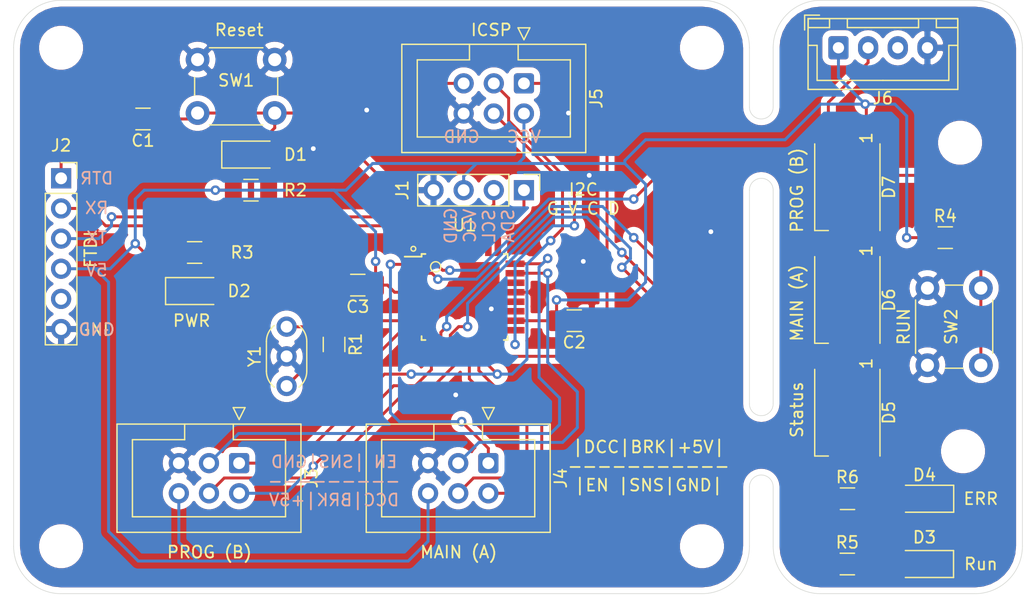
<source format=kicad_pcb>
(kicad_pcb (version 20171130) (host pcbnew 5.1.6-c6e7f7d~87~ubuntu20.04.1)
  (layers (0 F.Cu signal) (31 B.Cu signal) (34 B.Paste user hide) (35 F.Paste user) (36 B.SilkS user hide) (37 F.SilkS user) (38 B.Mask user hide) (39 F.Mask user) (44 Edge.Cuts user))
  (net 0 "")
  (net 1 /DTR)
  (net 2 /Arduino/PC6_ap_rst)
  (net 3 +5V)
  (net 4 GND)
  (net 5 "Net-(D2-Pad2)")
  (net 6 "Net-(D3-Pad2)")
  (net 7 "Net-(D4-Pad2)")
  (net 8 "Net-(D5-Pad2)")
  (net 9 /NeoPixel)
  (net 10 "Net-(D6-Pad2)")
  (net 11 "Net-(D7-Pad2)")
  (net 12 /SCL)
  (net 13 /SDA)
  (net 14 "Net-(J2-Pad5)")
  (net 15 /TX)
  (net 16 /RX)
  (net 17 /Brake_B)
  (net 18 /DCC_B)
  (net 19 /Sns_B)
  (net 20 /EN_B)
  (net 21 /Brake_A)
  (net 22 /DCC_A)
  (net 23 /Sns_A)
  (net 24 /EN_A)
  (net 25 /Arduino/PB5_ap_13_sck)
  (net 26 /Arduino/PB4_ap_12_miso)
  (net 27 "Net-(J6-Pad3)")
  (net 28 "Net-(R1-Pad2)")
  (net 29 "Net-(R1-Pad1)")
  (net 30 /btnRun)
  (net 31 /Run)
  (net 32 /Error)
  (net 33 /Arduino/PC3_ap_a3)
  (net 34 /Arduino/PC2_ap_a2)
  (net 35 /Arduino/PE3)
  (net 36 /Arduino/ap_aref)
  (net 37 /Arduino/PE2)
  (net 38 /Arduino/PE1)
  (net 39 /Arduino/PE0)
  (module MountingHole:MountingHole_2.7mm_M2.5 (layer F.Cu) (at 200 118)
    (fp_text reference H6 hide)
    (fp_text value MountingHole)
    (pad 1 np_thru_hole circle (at 0 0) (size 2.7 2.7) (drill 2.7) (layers *.Cu *.Mask))
  )
  (module MountingHole:MountingHole_2.7mm_M2.5 (layer F.Cu) (at 199.75 92)
    (fp_text reference H5 hide)
    (fp_text value MountingHole)
    (pad 1 np_thru_hole circle (at 0 0) (size 2.7 2.7) (drill 2.7) (layers *.Cu *.Mask))
  )
  (module MountingHole:MountingHole_2.7mm_M2.5 (layer F.Cu) (at 178 126)
    (fp_text reference H4 hide)
    (fp_text value MountingHole)
    (pad 1 np_thru_hole circle (at 0 0) (size 2.7 2.7) (drill 2.7) (layers *.Cu *.Mask))
  )
  (module MountingHole:MountingHole_2.7mm_M2.5 (layer F.Cu) (at 178 84)
    (fp_text reference H3 hide)
    (fp_text value MountingHole)
    (pad 1 np_thru_hole circle (at 0 0) (size 2.7 2.7) (drill 2.7) (layers *.Cu *.Mask))
  )
  (module MountingHole:MountingHole_2.7mm_M2.5 (layer F.Cu) (at 124 126)
    (fp_text reference H2 hide)
    (fp_text value MountingHole)
    (pad 1 np_thru_hole circle (at 0 0) (size 2.7 2.7) (drill 2.7) (layers *.Cu *.Mask))
  )
  (module MountingHole:MountingHole_2.7mm_M2.5 (layer F.Cu) (at 124 84)
    (fp_text reference H1 hide)
    (fp_text value MountingHole)
    (pad 1 np_thru_hole circle (at 0 0) (size 2.7 2.7) (drill 2.7) (layers *.Cu *.Mask))
  )
  (module Crystal:Resonator_muRata_CSTLSxxxX-3Pin_W5.5mm_H3.0mm (layer F.Cu) (at 143 112.5 90)
    (fp_text reference Y1 (at 2.5 -2.7 90) (layer F.SilkS))
    (fp_text value CSTLS16M0X53-A0)
    (pad 3 thru_hole circle (at 5 0 90) (size 1.7 1.7) (drill 1) (layers *.Cu *.Mask) (net 29 "Net-(R1-Pad1)"))
    (pad 2 thru_hole circle (at 2.5 0 90) (size 1.7 1.7) (drill 1) (layers *.Cu *.Mask) (net 4 GND))
    (pad 1 thru_hole circle (at 0 0 90) (size 1.7 1.7) (drill 1) (layers *.Cu *.Mask) (net 28 "Net-(R1-Pad2)"))
  )
  (module ArduinoDCC++:TQFP-32_7x7mm_P0.8mm (layer F.Cu) (at 158 105)
    (fp_text reference U1 (at 0 -6.05) (layer F.SilkS))
    (fp_text value ATmega328PB-AU)
    (pad 32 smd rect (at -2.8 -4.25 90) (size 1.6 0.55) (layers F.Cu F.Paste F.Mask) (net 30 /btnRun))
    (pad 31 smd rect (at -2 -4.25 90) (size 1.6 0.55) (layers F.Cu F.Paste F.Mask) (net 16 /RX))
    (pad 30 smd rect (at -1.2 -4.25 90) (size 1.6 0.55) (layers F.Cu F.Paste F.Mask) (net 15 /TX))
    (pad 29 smd rect (at -0.4 -4.25 90) (size 1.6 0.55) (layers F.Cu F.Paste F.Mask) (net 2 /Arduino/PC6_ap_rst))
    (pad 28 smd rect (at 0.4 -4.25 90) (size 1.6 0.55) (layers F.Cu F.Paste F.Mask) (net 12 /SCL))
    (pad 27 smd rect (at 1.2 -4.25 90) (size 1.6 0.55) (layers F.Cu F.Paste F.Mask) (net 13 /SDA))
    (pad 26 smd rect (at 2 -4.25 90) (size 1.6 0.55) (layers F.Cu F.Paste F.Mask) (net 33 /Arduino/PC3_ap_a3))
    (pad 25 smd rect (at 2.8 -4.25 90) (size 1.6 0.55) (layers F.Cu F.Paste F.Mask) (net 34 /Arduino/PC2_ap_a2))
    (pad 24 smd rect (at 4.25 -2.8) (size 1.6 0.55) (layers F.Cu F.Paste F.Mask) (net 19 /Sns_B))
    (pad 23 smd rect (at 4.25 -2) (size 1.6 0.55) (layers F.Cu F.Paste F.Mask) (net 23 /Sns_A))
    (pad 22 smd rect (at 4.25 -1.2) (size 1.6 0.55) (layers F.Cu F.Paste F.Mask) (net 35 /Arduino/PE3))
    (pad 21 smd rect (at 4.25 -0.4) (size 1.6 0.55) (layers F.Cu F.Paste F.Mask) (net 4 GND))
    (pad 20 smd rect (at 4.25 0.4) (size 1.6 0.55) (layers F.Cu F.Paste F.Mask) (net 36 /Arduino/ap_aref))
    (pad 19 smd rect (at 4.25 1.2) (size 1.6 0.55) (layers F.Cu F.Paste F.Mask) (net 37 /Arduino/PE2))
    (pad 18 smd rect (at 4.25 2) (size 1.6 0.55) (layers F.Cu F.Paste F.Mask) (net 3 +5V))
    (pad 17 smd rect (at 4.25 2.8) (size 1.6 0.55) (layers F.Cu F.Paste F.Mask) (net 25 /Arduino/PB5_ap_13_sck))
    (pad 16 smd rect (at 2.8 4.25 90) (size 1.6 0.55) (layers F.Cu F.Paste F.Mask) (net 26 /Arduino/PB4_ap_12_miso))
    (pad 15 smd rect (at 2 4.25 90) (size 1.6 0.55) (layers F.Cu F.Paste F.Mask) (net 20 /EN_B))
    (pad 14 smd rect (at 1.2 4.25 90) (size 1.6 0.55) (layers F.Cu F.Paste F.Mask) (net 22 /DCC_A))
    (pad 13 smd rect (at 0.4 4.25 90) (size 1.6 0.55) (layers F.Cu F.Paste F.Mask) (net 21 /Brake_A))
    (pad 12 smd rect (at -0.4 4.25 90) (size 1.6 0.55) (layers F.Cu F.Paste F.Mask) (net 17 /Brake_B))
    (pad 11 smd rect (at -1.2 4.25 90) (size 1.6 0.55) (layers F.Cu F.Paste F.Mask) (net 32 /Error))
    (pad 10 smd rect (at -2 4.25 90) (size 1.6 0.55) (layers F.Cu F.Paste F.Mask) (net 31 /Run))
    (pad 9 smd rect (at -2.8 4.25 90) (size 1.6 0.55) (layers F.Cu F.Paste F.Mask) (net 18 /DCC_B))
    (pad 8 smd rect (at -4.25 2.8) (size 1.6 0.55) (layers F.Cu F.Paste F.Mask) (net 28 "Net-(R1-Pad2)"))
    (pad 7 smd rect (at -4.25 2) (size 1.6 0.55) (layers F.Cu F.Paste F.Mask) (net 29 "Net-(R1-Pad1)"))
    (pad 6 smd rect (at -4.25 1.2) (size 1.6 0.55) (layers F.Cu F.Paste F.Mask) (net 38 /Arduino/PE1))
    (pad 5 smd rect (at -4.25 0.4) (size 1.6 0.55) (layers F.Cu F.Paste F.Mask) (net 4 GND))
    (pad 4 smd rect (at -4.25 -0.4) (size 1.6 0.55) (layers F.Cu F.Paste F.Mask) (net 3 +5V))
    (pad 3 smd rect (at -4.25 -1.2) (size 1.6 0.55) (layers F.Cu F.Paste F.Mask) (net 39 /Arduino/PE0))
    (pad 2 smd rect (at -4.25 -2) (size 1.6 0.55) (layers F.Cu F.Paste F.Mask) (net 9 /NeoPixel))
    (pad 1 smd rect (at -4.25 -2.8) (size 1.6 0.55) (layers F.Cu F.Paste F.Mask) (net 24 /EN_A))
  )
  (module Button_Switch_THT:SW_PUSH_6mm_H4.3mm (layer F.Cu) (at 197 110.75 90)
    (fp_text reference SW2 (at 3.25 2 90) (layer F.SilkS))
    (fp_text value SW_Push)
    (pad 1 thru_hole circle (at 6.5 0 180) (size 2 2) (drill 1.1) (layers *.Cu *.Mask) (net 4 GND))
    (pad 2 thru_hole circle (at 6.5 4.5 180) (size 2 2) (drill 1.1) (layers *.Cu *.Mask) (net 30 /btnRun))
    (pad 1 thru_hole circle (at 0 0 180) (size 2 2) (drill 1.1) (layers *.Cu *.Mask) (net 4 GND))
    (pad 2 thru_hole circle (at 0 4.5 180) (size 2 2) (drill 1.1) (layers *.Cu *.Mask) (net 30 /btnRun))
  )
  (module Button_Switch_THT:SW_PUSH_6mm_H4.3mm (layer F.Cu) (at 135.5 85)
    (fp_text reference SW1 (at 3.25 1.75) (layer F.SilkS))
    (fp_text value SW_Push)
    (pad 1 thru_hole circle (at 6.5 0 90) (size 2 2) (drill 1.1) (layers *.Cu *.Mask) (net 4 GND))
    (pad 2 thru_hole circle (at 6.5 4.5 90) (size 2 2) (drill 1.1) (layers *.Cu *.Mask) (net 2 /Arduino/PC6_ap_rst))
    (pad 1 thru_hole circle (at 0 0 90) (size 2 2) (drill 1.1) (layers *.Cu *.Mask) (net 4 GND))
    (pad 2 thru_hole circle (at 0 4.5 90) (size 2 2) (drill 1.1) (layers *.Cu *.Mask) (net 2 /Arduino/PC6_ap_rst))
  )
  (module Resistor_SMD:R_1206_3216Metric_Pad1.42x1.75mm_HandSolder (layer F.Cu) (at 190.2625 122)
    (fp_text reference R6 (at 0 -1.82) (layer F.SilkS))
    (fp_text value 1K)
    (pad 2 smd roundrect (at 1.4875 0) (size 1.425 1.75) (layers F.Cu F.Paste F.Mask) (roundrect_rratio 0.175439) (net 7 "Net-(D4-Pad2)"))
    (pad 1 smd roundrect (at -1.4875 0) (size 1.425 1.75) (layers F.Cu F.Paste F.Mask) (roundrect_rratio 0.175439) (net 32 /Error))
  )
  (module Resistor_SMD:R_1206_3216Metric_Pad1.42x1.75mm_HandSolder (layer F.Cu) (at 190.25 127.5)
    (fp_text reference R5 (at 0 -1.82) (layer F.SilkS))
    (fp_text value 1K)
    (pad 2 smd roundrect (at 1.4875 0) (size 1.425 1.75) (layers F.Cu F.Paste F.Mask) (roundrect_rratio 0.175439) (net 6 "Net-(D3-Pad2)"))
    (pad 1 smd roundrect (at -1.4875 0) (size 1.425 1.75) (layers F.Cu F.Paste F.Mask) (roundrect_rratio 0.175439) (net 31 /Run))
  )
  (module Resistor_SMD:R_1206_3216Metric_Pad1.42x1.75mm_HandSolder (layer F.Cu) (at 198.5 100)
    (fp_text reference R4 (at 0 -1.82) (layer F.SilkS))
    (fp_text value 1K)
    (pad 2 smd roundrect (at 1.4875 0) (size 1.425 1.75) (layers F.Cu F.Paste F.Mask) (roundrect_rratio 0.175439) (net 30 /btnRun))
    (pad 1 smd roundrect (at -1.4875 0) (size 1.425 1.75) (layers F.Cu F.Paste F.Mask) (roundrect_rratio 0.175439) (net 3 +5V))
  )
  (module Resistor_SMD:R_1206_3216Metric_Pad1.42x1.75mm_HandSolder (layer F.Cu) (at 135.25 101.25)
    (fp_text reference R3 (at 4 0) (layer F.SilkS))
    (fp_text value 1K)
    (pad 2 smd roundrect (at 1.4875 0) (size 1.425 1.75) (layers F.Cu F.Paste F.Mask) (roundrect_rratio 0.175439) (net 5 "Net-(D2-Pad2)"))
    (pad 1 smd roundrect (at -1.4875 0) (size 1.425 1.75) (layers F.Cu F.Paste F.Mask) (roundrect_rratio 0.175439) (net 3 +5V))
  )
  (module Resistor_SMD:R_1206_3216Metric_Pad1.42x1.75mm_HandSolder (layer F.Cu) (at 140 96)
    (fp_text reference R2 (at 3.75 0) (layer F.SilkS))
    (fp_text value 10K)
    (pad 2 smd roundrect (at 1.4875 0) (size 1.425 1.75) (layers F.Cu F.Paste F.Mask) (roundrect_rratio 0.175439) (net 2 /Arduino/PC6_ap_rst))
    (pad 1 smd roundrect (at -1.4875 0) (size 1.425 1.75) (layers F.Cu F.Paste F.Mask) (roundrect_rratio 0.175439) (net 3 +5V))
  )
  (module Resistor_SMD:R_1206_3216Metric_Pad1.42x1.75mm_HandSolder (layer F.Cu) (at 147 109 270)
    (fp_text reference R1 (at 0 -1.82 90) (layer F.SilkS))
    (fp_text value 1M)
    (pad 2 smd roundrect (at 1.4875 0 270) (size 1.425 1.75) (layers F.Cu F.Paste F.Mask) (roundrect_rratio 0.175439) (net 28 "Net-(R1-Pad2)"))
    (pad 1 smd roundrect (at -1.4875 0 270) (size 1.425 1.75) (layers F.Cu F.Paste F.Mask) (roundrect_rratio 0.175439) (net 29 "Net-(R1-Pad1)"))
  )
  (module Connector_JST:JST_XH_B4B-XH-A_1x04_P2.50mm_Vertical (layer F.Cu) (at 189.5 84)
    (fp_text reference J6 (at 3.75 4.25) (layer F.SilkS))
    (fp_text value Conn_01x04)
    (pad 4 thru_hole oval (at 7.5 0) (size 1.7 1.95) (drill 0.95) (layers *.Cu *.Mask) (net 4 GND))
    (pad 3 thru_hole oval (at 5 0) (size 1.7 1.95) (drill 0.95) (layers *.Cu *.Mask) (net 27 "Net-(J6-Pad3)"))
    (pad 2 thru_hole oval (at 2.5 0) (size 1.7 1.95) (drill 0.95) (layers *.Cu *.Mask) (net 11 "Net-(D7-Pad2)"))
    (pad 1 thru_hole roundrect (at 0 0) (size 1.7 1.95) (drill 0.95) (layers *.Cu *.Mask) (roundrect_rratio 0.147059) (net 3 +5V))
  )
  (module Connector_IDC:IDC-Header_2x03_P2.54mm_Vertical (layer F.Cu) (at 163 87 270)
    (fp_text reference J5 (at 1.27 -6.1 90) (layer F.SilkS))
    (fp_text value ICSP)
    (pad 6 thru_hole circle (at 2.54 5.08 270) (size 1.7 1.7) (drill 1) (layers *.Cu *.Mask) (net 4 GND))
    (pad 4 thru_hole circle (at 2.54 2.54 270) (size 1.7 1.7) (drill 1) (layers *.Cu *.Mask) (net 20 /EN_B))
    (pad 2 thru_hole circle (at 2.54 0 270) (size 1.7 1.7) (drill 1) (layers *.Cu *.Mask) (net 3 +5V))
    (pad 5 thru_hole circle (at 0 5.08 270) (size 1.7 1.7) (drill 1) (layers *.Cu *.Mask) (net 2 /Arduino/PC6_ap_rst))
    (pad 3 thru_hole circle (at 0 2.54 270) (size 1.7 1.7) (drill 1) (layers *.Cu *.Mask) (net 25 /Arduino/PB5_ap_13_sck))
    (pad 1 thru_hole roundrect (at 0 0 270) (size 1.7 1.7) (drill 1) (layers *.Cu *.Mask) (roundrect_rratio 0.147059) (net 26 /Arduino/PB4_ap_12_miso))
  )
  (module Connector_IDC:IDC-Header_2x03_P2.54mm_Vertical (layer F.Cu) (at 160 119 270)
    (fp_text reference J4 (at 1.27 -6.1 90) (layer F.SilkS))
    (fp_text value Conn_02x03_Odd_Even)
    (pad 6 thru_hole circle (at 2.54 5.08 270) (size 1.7 1.7) (drill 1) (layers *.Cu *.Mask) (net 3 +5V))
    (pad 4 thru_hole circle (at 2.54 2.54 270) (size 1.7 1.7) (drill 1) (layers *.Cu *.Mask) (net 21 /Brake_A))
    (pad 2 thru_hole circle (at 2.54 0 270) (size 1.7 1.7) (drill 1) (layers *.Cu *.Mask) (net 22 /DCC_A))
    (pad 5 thru_hole circle (at 0 5.08 270) (size 1.7 1.7) (drill 1) (layers *.Cu *.Mask) (net 4 GND))
    (pad 3 thru_hole circle (at 0 2.54 270) (size 1.7 1.7) (drill 1) (layers *.Cu *.Mask) (net 23 /Sns_A))
    (pad 1 thru_hole roundrect (at 0 0 270) (size 1.7 1.7) (drill 1) (layers *.Cu *.Mask) (roundrect_rratio 0.147059) (net 24 /EN_A))
  )
  (module Connector_IDC:IDC-Header_2x03_P2.54mm_Vertical (layer F.Cu) (at 139 119 270)
    (fp_text reference J3 (at 1.27 -6.1 90) (layer F.SilkS))
    (fp_text value Conn_02x03_Odd_Even)
    (pad 6 thru_hole circle (at 2.54 5.08 270) (size 1.7 1.7) (drill 1) (layers *.Cu *.Mask) (net 3 +5V))
    (pad 4 thru_hole circle (at 2.54 2.54 270) (size 1.7 1.7) (drill 1) (layers *.Cu *.Mask) (net 17 /Brake_B))
    (pad 2 thru_hole circle (at 2.54 0 270) (size 1.7 1.7) (drill 1) (layers *.Cu *.Mask) (net 18 /DCC_B))
    (pad 5 thru_hole circle (at 0 5.08 270) (size 1.7 1.7) (drill 1) (layers *.Cu *.Mask) (net 4 GND))
    (pad 3 thru_hole circle (at 0 2.54 270) (size 1.7 1.7) (drill 1) (layers *.Cu *.Mask) (net 19 /Sns_B))
    (pad 1 thru_hole roundrect (at 0 0 270) (size 1.7 1.7) (drill 1) (layers *.Cu *.Mask) (roundrect_rratio 0.147059) (net 20 /EN_B))
  )
  (module Connector_PinSocket_2.54mm:PinSocket_1x06_P2.54mm_Vertical (layer F.Cu) (at 124 95)
    (fp_text reference J2 (at 0 -2.77) (layer F.SilkS))
    (fp_text value Conn_01x06)
    (pad 6 thru_hole oval (at 0 12.7) (size 1.7 1.7) (drill 1) (layers *.Cu *.Mask) (net 4 GND))
    (pad 5 thru_hole oval (at 0 10.16) (size 1.7 1.7) (drill 1) (layers *.Cu *.Mask) (net 14 "Net-(J2-Pad5)"))
    (pad 4 thru_hole oval (at 0 7.62) (size 1.7 1.7) (drill 1) (layers *.Cu *.Mask) (net 3 +5V))
    (pad 3 thru_hole oval (at 0 5.08) (size 1.7 1.7) (drill 1) (layers *.Cu *.Mask) (net 15 /TX))
    (pad 2 thru_hole oval (at 0 2.54) (size 1.7 1.7) (drill 1) (layers *.Cu *.Mask) (net 16 /RX))
    (pad 1 thru_hole rect (at 0 0) (size 1.7 1.7) (drill 1) (layers *.Cu *.Mask) (net 1 /DTR))
  )
  (module Connector_PinHeader_2.54mm:PinHeader_1x04_P2.54mm_Vertical (layer F.Cu) (at 163 96 270)
    (fp_text reference J1 (at 0 10.25 90) (layer F.SilkS))
    (fp_text value Conn_01x04)
    (pad 4 thru_hole oval (at 0 7.62 270) (size 1.7 1.7) (drill 1) (layers *.Cu *.Mask) (net 4 GND))
    (pad 3 thru_hole oval (at 0 5.08 270) (size 1.7 1.7) (drill 1) (layers *.Cu *.Mask) (net 3 +5V))
    (pad 2 thru_hole oval (at 0 2.54 270) (size 1.7 1.7) (drill 1) (layers *.Cu *.Mask) (net 12 /SCL))
    (pad 1 thru_hole rect (at 0 0 270) (size 1.7 1.7) (drill 1) (layers *.Cu *.Mask) (net 13 /SDA))
  )
  (module LED_SMD:LED_WS2812B_PLCC4_5.0x5.0mm_P3.2mm (layer F.Cu) (at 190.25 95.75 270)
    (fp_text reference D7 (at 0 -3.5 90) (layer F.SilkS))
    (fp_text value WS2812B)
    (fp_text user 1 (at -4.15 -1.6 90) (layer F.SilkS))
    (pad 1 smd rect (at -2.45 -1.6 270) (size 1.5 1) (layers F.Cu F.Paste F.Mask) (net 3 +5V))
    (pad 2 smd rect (at -2.45 1.6 270) (size 1.5 1) (layers F.Cu F.Paste F.Mask) (net 11 "Net-(D7-Pad2)"))
    (pad 4 smd rect (at 2.45 -1.6 270) (size 1.5 1) (layers F.Cu F.Paste F.Mask) (net 10 "Net-(D6-Pad2)"))
    (pad 3 smd rect (at 2.45 1.6 270) (size 1.5 1) (layers F.Cu F.Paste F.Mask) (net 4 GND))
  )
  (module LED_SMD:LED_WS2812B_PLCC4_5.0x5.0mm_P3.2mm (layer F.Cu) (at 190.25 105.25 270)
    (fp_text reference D6 (at 0 -3.5 90) (layer F.SilkS))
    (fp_text value WS2812B)
    (fp_text user 1 (at -4.15 -1.6 90) (layer F.SilkS))
    (pad 1 smd rect (at -2.45 -1.6 270) (size 1.5 1) (layers F.Cu F.Paste F.Mask) (net 3 +5V))
    (pad 2 smd rect (at -2.45 1.6 270) (size 1.5 1) (layers F.Cu F.Paste F.Mask) (net 10 "Net-(D6-Pad2)"))
    (pad 4 smd rect (at 2.45 -1.6 270) (size 1.5 1) (layers F.Cu F.Paste F.Mask) (net 8 "Net-(D5-Pad2)"))
    (pad 3 smd rect (at 2.45 1.6 270) (size 1.5 1) (layers F.Cu F.Paste F.Mask) (net 4 GND))
  )
  (module LED_SMD:LED_WS2812B_PLCC4_5.0x5.0mm_P3.2mm (layer F.Cu) (at 190.25 114.75 270)
    (fp_text reference D5 (at 0 -3.5 90) (layer F.SilkS))
    (fp_text value WS2812B)
    (fp_text user 1 (at -4.15 -1.6 90) (layer F.SilkS))
    (pad 1 smd rect (at -2.45 -1.6 270) (size 1.5 1) (layers F.Cu F.Paste F.Mask) (net 3 +5V))
    (pad 2 smd rect (at -2.45 1.6 270) (size 1.5 1) (layers F.Cu F.Paste F.Mask) (net 8 "Net-(D5-Pad2)"))
    (pad 4 smd rect (at 2.45 -1.6 270) (size 1.5 1) (layers F.Cu F.Paste F.Mask) (net 9 /NeoPixel))
    (pad 3 smd rect (at 2.45 1.6 270) (size 1.5 1) (layers F.Cu F.Paste F.Mask) (net 4 GND))
  )
  (module LED_SMD:LED_1206_3216Metric_Pad1.42x1.75mm_HandSolder (layer F.Cu) (at 196.75 122 180)
    (fp_text reference D4 (at 0 2) (layer F.SilkS))
    (fp_text value LED_RED)
    (pad 2 smd roundrect (at 1.4875 0 180) (size 1.425 1.75) (layers F.Cu F.Paste F.Mask) (roundrect_rratio 0.175439) (net 7 "Net-(D4-Pad2)"))
    (pad 1 smd roundrect (at -1.4875 0 180) (size 1.425 1.75) (layers F.Cu F.Paste F.Mask) (roundrect_rratio 0.175439) (net 4 GND))
  )
  (module LED_SMD:LED_1206_3216Metric_Pad1.42x1.75mm_HandSolder (layer F.Cu) (at 196.7375 127.5 180)
    (fp_text reference D3 (at -0.0125 2.25) (layer F.SilkS))
    (fp_text value LED_GREEN)
    (pad 2 smd roundrect (at 1.4875 0 180) (size 1.425 1.75) (layers F.Cu F.Paste F.Mask) (roundrect_rratio 0.175439) (net 6 "Net-(D3-Pad2)"))
    (pad 1 smd roundrect (at -1.4875 0 180) (size 1.425 1.75) (layers F.Cu F.Paste F.Mask) (roundrect_rratio 0.175439) (net 4 GND))
  )
  (module LED_SMD:LED_1206_3216Metric_Pad1.42x1.75mm_HandSolder (layer F.Cu) (at 135.2625 104.5)
    (fp_text reference D2 (at 3.7375 0) (layer F.SilkS))
    (fp_text value LED_GREEN)
    (pad 2 smd roundrect (at 1.4875 0) (size 1.425 1.75) (layers F.Cu F.Paste F.Mask) (roundrect_rratio 0.175439) (net 5 "Net-(D2-Pad2)"))
    (pad 1 smd roundrect (at -1.4875 0) (size 1.425 1.75) (layers F.Cu F.Paste F.Mask) (roundrect_rratio 0.175439) (net 4 GND))
  )
  (module Diode_SMD:D_1206_3216Metric_Pad1.42x1.75mm_HandSolder (layer F.Cu) (at 140 93)
    (fp_text reference D1 (at 3.75 0) (layer F.SilkS))
    (fp_text value CD1206-S01575)
    (pad 2 smd roundrect (at 1.4875 0) (size 1.425 1.75) (layers F.Cu F.Paste F.Mask) (roundrect_rratio 0.175439) (net 2 /Arduino/PC6_ap_rst))
    (pad 1 smd roundrect (at -1.4875 0) (size 1.425 1.75) (layers F.Cu F.Paste F.Mask) (roundrect_rratio 0.175439) (net 3 +5V))
  )
  (module Capacitor_SMD:C_1206_3216Metric_Pad1.42x1.75mm_HandSolder (layer F.Cu) (at 149 104 180)
    (fp_text reference C3 (at 0 -1.82) (layer F.SilkS))
    (fp_text value 100nF)
    (pad 2 smd roundrect (at 1.4875 0 180) (size 1.425 1.75) (layers F.Cu F.Paste F.Mask) (roundrect_rratio 0.175439) (net 4 GND))
    (pad 1 smd roundrect (at -1.4875 0 180) (size 1.425 1.75) (layers F.Cu F.Paste F.Mask) (roundrect_rratio 0.175439) (net 3 +5V))
  )
  (module Capacitor_SMD:C_1206_3216Metric_Pad1.42x1.75mm_HandSolder (layer F.Cu) (at 167.2375 107 180)
    (fp_text reference C2 (at 0 -1.82) (layer F.SilkS))
    (fp_text value 100nF)
    (pad 2 smd roundrect (at 1.4875 0 180) (size 1.425 1.75) (layers F.Cu F.Paste F.Mask) (roundrect_rratio 0.175439) (net 3 +5V))
    (pad 1 smd roundrect (at -1.4875 0 180) (size 1.425 1.75) (layers F.Cu F.Paste F.Mask) (roundrect_rratio 0.175439) (net 4 GND))
  )
  (module Capacitor_SMD:C_1206_3216Metric (layer F.Cu) (at 130.9 90 180)
    (fp_text reference C1 (at 0 -1.82) (layer F.SilkS))
    (fp_text value 100nf)
    (pad 2 smd roundrect (at 1.4 0 180) (size 1.25 1.75) (layers F.Cu F.Paste F.Mask) (roundrect_rratio 0.2) (net 1 /DTR))
    (pad 1 smd roundrect (at -1.4 0 180) (size 1.25 1.75) (layers F.Cu F.Paste F.Mask) (roundrect_rratio 0.2) (net 2 /Arduino/PC6_ap_rst))
  )
  (gr_text "EN |SNS|GND\n---------\nDCC|BRK|+5V" (at 147 120.5) (layer B.SilkS) (effects (font (size 1 1)) (justify mirror)))
  (gr_text GND (at 127 107.75) (layer B.SilkS) (effects (font (size 1 1)) (justify mirror)))
  (gr_text 5V (at 127 102.75) (layer B.SilkS) (effects (font (size 1 1)) (justify mirror)))
  (gr_text TX (at 127 100) (layer B.SilkS) (effects (font (size 1 1)) (justify mirror)))
  (gr_text RX (at 127 97.5) (layer B.SilkS) (effects (font (size 1 1)) (justify mirror)))
  (gr_text DTR (at 127 95) (layer B.SilkS) (effects (font (size 1 1)) (justify mirror)))
  (gr_text "VCC\n" (at 163 91.5) (layer B.SilkS) (effects (font (size 1 1)) (justify mirror)))
  (gr_text "GND\n" (at 157.75 91.5) (layer B.SilkS) (effects (font (size 1 1)) (justify mirror)))
  (gr_text "GND\nVCC\nSCL\nSDA" (at 159.25 99 90) (layer B.SilkS) (effects (font (size 1 1)) (justify mirror)))
  (gr_text GND (at 127 107.75) (layer F.SilkS) (effects (font (size 1 1))))
  (gr_text FTDI (at 126.5 101 90) (layer F.SilkS) (effects (font (size 1 1))))
  (gr_text "PROG (B)" (at 186 96 90) (layer F.SilkS) (effects (font (size 1 1))))
  (gr_text "MAIN (A)" (at 186 105.5 90) (layer F.SilkS) (effects (font (size 1 1))))
  (gr_text Status (at 186 114.5 90) (layer F.SilkS) (effects (font (size 1 1))))
  (gr_text RUN (at 195 107.5 90) (layer F.SilkS) (effects (font (size 1 1))))
  (gr_text Run (at 201.5 127.5) (layer F.SilkS) (effects (font (size 1 1))))
  (gr_text ERR (at 201.5 122) (layer F.SilkS) (effects (font (size 1 1))))
  (gr_text "PROG (B)" (at 136.5 126.5) (layer F.SilkS) (effects (font (size 1 1))))
  (gr_text "MAIN (A)" (at 157.5 126.5) (layer F.SilkS) (effects (font (size 1 1))))
  (gr_text PWR (at 135 107) (layer F.SilkS) (effects (font (size 1 1))))
  (gr_text "I2C\nG V C D" (at 168 96.75) (layer F.SilkS) (effects (font (size 1 1))))
  (gr_text Reset (at 139 82.5) (layer F.SilkS) (effects (font (size 1 1))))
  (gr_text ICSP (at 160.25 82.5) (layer F.SilkS) (effects (font (size 1 1))))
  (gr_arc (start 201 84) (end 205 84) (angle -90) (layer Edge.Cuts) (width 0.05))
  (gr_line (start 188 80) (end 201 80) (layer Edge.Cuts) (width 0.05))
  (gr_line (start 205 126) (end 205 84) (layer Edge.Cuts) (width 0.05))
  (gr_arc (start 201 126) (end 201 130) (angle -90) (layer Edge.Cuts) (width 0.05))
  (gr_line (start 188 130) (end 201 130) (layer Edge.Cuts) (width 0.05))
  (gr_line (start 184 89) (end 184 84) (layer Edge.Cuts) (width 0.05))
  (gr_arc (start 188 84) (end 188 80) (angle -90) (layer Edge.Cuts) (width 0.05))
  (gr_arc (start 188 126) (end 184 126) (angle -90) (layer Edge.Cuts) (width 0.05))
  (gr_line (start 184 96) (end 184 114) (layer Edge.Cuts) (width 0.05))
  (gr_line (start 182 114) (end 182 96) (layer Edge.Cuts) (width 0.05))
  (gr_arc (start 183 114) (end 182 114) (angle -180) (layer Edge.Cuts) (width 0.05))
  (gr_arc (start 183 96) (end 184 96) (angle -180) (layer Edge.Cuts) (width 0.05))
  (gr_arc (start 183 121) (end 184 121) (angle -180) (layer Edge.Cuts) (width 0.05))
  (gr_line (start 184 121) (end 184 126) (layer Edge.Cuts) (width 0.05))
  (gr_line (start 182 126) (end 182 121) (layer Edge.Cuts) (width 0.05))
  (gr_arc (start 183 89) (end 182 89) (angle -180) (layer Edge.Cuts) (width 0.05))
  (gr_arc (start 178 84) (end 182 84) (angle -90) (layer Edge.Cuts) (width 0.05))
  (gr_arc (start 178 126) (end 178 130) (angle -90) (layer Edge.Cuts) (width 0.05))
  (gr_arc (start 124 84) (end 124 80) (angle -90) (layer Edge.Cuts) (width 0.05))
  (gr_arc (start 124 126) (end 120 126) (angle -90) (layer Edge.Cuts) (width 0.05))
  (gr_line (start 120 84) (end 120 126) (layer Edge.Cuts) (width 0.05))
  (gr_line (start 178 80) (end 124 80) (layer Edge.Cuts) (width 0.05))
  (gr_line (start 182 89) (end 182 84) (layer Edge.Cuts) (width 0.05))
  (gr_line (start 124 130) (end 178 130) (layer Edge.Cuts) (width 0.05))
  (gr_text "|DCC|BRK|+5V|\n-----------\n|EN |SNS|GND|" (at 173.5 119.25) (layer F.SilkS) (effects (font (size 1 1))))
  (segment (start 124 95) (end 124 91) (width 0.25) (layer F.Cu) (net 1))
  (segment (start 125 90) (end 129.5 90) (width 0.25) (layer F.Cu) (net 1))
  (segment (start 124 91) (end 125 90) (width 0.25) (layer F.Cu) (net 1))
  (segment (start 135 90) (end 135.5 89.5) (width 0.25) (layer F.Cu) (net 2))
  (segment (start 132.3 90) (end 135 90) (width 0.25) (layer F.Cu) (net 2))
  (segment (start 142 89.5) (end 142 90.75) (width 0.25) (layer F.Cu) (net 2))
  (segment (start 141.4875 91.2625) (end 141.4875 93) (width 0.25) (layer F.Cu) (net 2))
  (segment (start 142 90.75) (end 141.4875 91.2625) (width 0.25) (layer F.Cu) (net 2))
  (segment (start 141.4875 93) (end 141.4875 96) (width 0.25) (layer F.Cu) (net 2))
  (segment (start 135.5 89.5) (end 142 89.5) (width 0.25) (layer F.Cu) (net 2))
  (segment (start 142 89.5) (end 145.25 89.5) (width 0.25) (layer F.Cu) (net 2))
  (segment (start 147.75 87) (end 157.92 87) (width 0.25) (layer F.Cu) (net 2))
  (segment (start 145.25 89.5) (end 147.75 87) (width 0.25) (layer F.Cu) (net 2))
  (segment (start 142 89.5) (end 145.5 89.5) (width 0.25) (layer F.Cu) (net 2))
  (segment (start 153.79999 97.79999) (end 157.04999 97.79999) (width 0.25) (layer F.Cu) (net 2))
  (segment (start 145.5 89.5) (end 153.79999 97.79999) (width 0.25) (layer F.Cu) (net 2))
  (segment (start 157.6 98.35) (end 157.6 100.75) (width 0.25) (layer F.Cu) (net 2))
  (segment (start 157.04999 97.79999) (end 157.6 98.35) (width 0.25) (layer F.Cu) (net 2))
  (segment (start 150.4875 104) (end 151.5 104) (width 0.25) (layer F.Cu) (net 3))
  (segment (start 152.1 104.6) (end 153.75 104.6) (width 0.25) (layer F.Cu) (net 3))
  (segment (start 151.5 104) (end 152.1 104.6) (width 0.25) (layer F.Cu) (net 3))
  (segment (start 165.75 107) (end 162.25 107) (width 0.25) (layer F.Cu) (net 3))
  (segment (start 138.5125 93) (end 138.5125 96) (width 0.25) (layer F.Cu) (net 3))
  (segment (start 128.13 102.62) (end 130.25 100.5) (width 0.25) (layer B.Cu) (net 3))
  (segment (start 130.25 100.5) (end 130.25 96.75) (width 0.25) (layer B.Cu) (net 3))
  (via (at 137 96) (size 0.8) (drill 0.4) (layers F.Cu B.Cu) (net 3))
  (segment (start 131 96) (end 137 96) (width 0.25) (layer B.Cu) (net 3))
  (segment (start 130.25 96.75) (end 131 96) (width 0.25) (layer B.Cu) (net 3))
  (segment (start 137 96) (end 138.5125 96) (width 0.25) (layer F.Cu) (net 3))
  (segment (start 124 102.62) (end 126.38 102.62) (width 0.25) (layer B.Cu) (net 3))
  (segment (start 126.38 102.62) (end 128.13 102.62) (width 0.25) (layer B.Cu) (net 3))
  (segment (start 154.92 125.58) (end 154.92 121.54) (width 0.25) (layer B.Cu) (net 3))
  (segment (start 153.25 127.25) (end 154.92 125.58) (width 0.25) (layer B.Cu) (net 3))
  (segment (start 128 103.75) (end 128 124.75) (width 0.25) (layer B.Cu) (net 3))
  (segment (start 126.87 102.62) (end 128 103.75) (width 0.25) (layer B.Cu) (net 3))
  (segment (start 128 124.75) (end 130.5 127.25) (width 0.25) (layer B.Cu) (net 3))
  (segment (start 126.38 102.62) (end 126.87 102.62) (width 0.25) (layer B.Cu) (net 3))
  (segment (start 133.92 121.54) (end 133.92 125.67) (width 0.25) (layer B.Cu) (net 3))
  (segment (start 133.92 125.67) (end 135.25 127) (width 0.25) (layer B.Cu) (net 3))
  (segment (start 135.25 127) (end 135.5 127.25) (width 0.25) (layer B.Cu) (net 3))
  (segment (start 135.5 127.25) (end 153.25 127.25) (width 0.25) (layer B.Cu) (net 3))
  (segment (start 130.5 127.25) (end 135.5 127.25) (width 0.25) (layer B.Cu) (net 3))
  (segment (start 159 93.75) (end 157.92 94.83) (width 0.25) (layer B.Cu) (net 3))
  (segment (start 157.92 94.83) (end 157.92 96) (width 0.25) (layer B.Cu) (net 3))
  (segment (start 163 93.25) (end 162.5 93.75) (width 0.25) (layer B.Cu) (net 3))
  (segment (start 163 89.54) (end 163 93.25) (width 0.25) (layer B.Cu) (net 3))
  (segment (start 148 96) (end 150.25 93.75) (width 0.25) (layer B.Cu) (net 3))
  (segment (start 159.25 93.75) (end 159 93.75) (width 0.25) (layer B.Cu) (net 3))
  (segment (start 150.25 93.75) (end 159.25 93.75) (width 0.25) (layer B.Cu) (net 3))
  (segment (start 162.5 93.75) (end 159.25 93.75) (width 0.25) (layer B.Cu) (net 3))
  (segment (start 146.75 96) (end 147 96) (width 0.25) (layer B.Cu) (net 3))
  (segment (start 137 96) (end 146.75 96) (width 0.25) (layer B.Cu) (net 3))
  (segment (start 146.75 96) (end 148 96) (width 0.25) (layer B.Cu) (net 3))
  (via (at 150.5 102) (size 0.8) (drill 0.4) (layers F.Cu B.Cu) (net 3))
  (segment (start 150.5 99.5) (end 150.5 102) (width 0.25) (layer B.Cu) (net 3))
  (segment (start 147 96) (end 150.5 99.5) (width 0.25) (layer B.Cu) (net 3))
  (segment (start 150.5 103.9875) (end 150.4875 104) (width 0.25) (layer F.Cu) (net 3))
  (segment (start 150.5 102) (end 150.5 103.9875) (width 0.25) (layer F.Cu) (net 3))
  (via (at 165.75 105.25) (size 0.8) (drill 0.4) (layers F.Cu B.Cu) (net 3))
  (segment (start 165.75 105.25) (end 165.75 107) (width 0.25) (layer F.Cu) (net 3))
  (segment (start 191.85 93.3) (end 191.85 88.85) (width 0.25) (layer F.Cu) (net 3))
  (via (at 191.75 88.75) (size 0.8) (drill 0.4) (layers F.Cu B.Cu) (net 3))
  (segment (start 191.85 88.85) (end 191.75 88.75) (width 0.25) (layer F.Cu) (net 3))
  (segment (start 189.5 86.5) (end 189.5 84) (width 0.25) (layer B.Cu) (net 3))
  (segment (start 191.75 88.75) (end 189.5 86.5) (width 0.25) (layer B.Cu) (net 3))
  (segment (start 171.75 105.25) (end 165.75 105.25) (width 0.25) (layer B.Cu) (net 3))
  (segment (start 173.25 103.75) (end 171.75 105.25) (width 0.25) (layer B.Cu) (net 3))
  (segment (start 171.5 93.75) (end 173.25 95.5) (width 0.25) (layer B.Cu) (net 3))
  (segment (start 173.25 95.5) (end 173.25 103.75) (width 0.25) (layer B.Cu) (net 3))
  (segment (start 162.5 93.75) (end 171.5 93.75) (width 0.25) (layer B.Cu) (net 3))
  (segment (start 197.0125 101.9875) (end 197 102) (width 0.25) (layer F.Cu) (net 3))
  (segment (start 197.0125 100) (end 197.0125 101.9875) (width 0.25) (layer F.Cu) (net 3))
  (segment (start 191.75 88.75) (end 194.25 88.75) (width 0.25) (layer B.Cu) (net 3))
  (via (at 130.25 100.5) (size 0.8) (drill 0.4) (layers F.Cu B.Cu) (net 3))
  (segment (start 131 101.25) (end 130.25 100.5) (width 0.25) (layer F.Cu) (net 3))
  (segment (start 133.7625 101.25) (end 131 101.25) (width 0.25) (layer F.Cu) (net 3))
  (segment (start 194.25 102.5) (end 194.75 102) (width 0.25) (layer F.Cu) (net 3))
  (segment (start 194.75 102) (end 197 102) (width 0.25) (layer F.Cu) (net 3))
  (segment (start 193.45 112.3) (end 194.25 111.5) (width 0.25) (layer F.Cu) (net 3))
  (segment (start 191.85 112.3) (end 193.45 112.3) (width 0.25) (layer F.Cu) (net 3))
  (segment (start 191.85 102.8) (end 193.05 102.8) (width 0.25) (layer F.Cu) (net 3))
  (segment (start 193.05 102.8) (end 194.25 104) (width 0.25) (layer F.Cu) (net 3))
  (segment (start 194.25 104) (end 194.25 102.5) (width 0.25) (layer F.Cu) (net 3))
  (segment (start 194.25 111.5) (end 194.25 104) (width 0.25) (layer F.Cu) (net 3))
  (via (at 195.25 100) (size 0.8) (drill 0.4) (layers F.Cu B.Cu) (net 3))
  (segment (start 197.0125 100) (end 195.25 100) (width 0.25) (layer F.Cu) (net 3))
  (segment (start 195.25 89.75) (end 194.25 88.75) (width 0.25) (layer B.Cu) (net 3))
  (segment (start 195.25 100) (end 195.25 89.75) (width 0.25) (layer B.Cu) (net 3))
  (segment (start 188 88.75) (end 191.75 88.75) (width 0.25) (layer B.Cu) (net 3))
  (segment (start 185 91.75) (end 188 88.75) (width 0.25) (layer B.Cu) (net 3))
  (segment (start 173.25 91.75) (end 185 91.75) (width 0.25) (layer B.Cu) (net 3))
  (segment (start 171.5 93.5) (end 173.25 91.75) (width 0.25) (layer B.Cu) (net 3))
  (segment (start 171.5 93.75) (end 171.5 93.5) (width 0.25) (layer B.Cu) (net 3))
  (segment (start 153.75 105.4) (end 152.6 105.4) (width 0.25) (layer F.Cu) (net 4))
  (segment (start 162.25 104.6) (end 163.35 104.6) (width 0.25) (layer F.Cu) (net 4))
  (via (at 160.25 106) (size 0.8) (drill 0.4) (layers F.Cu B.Cu) (net 4))
  (via (at 168 102) (size 0.8) (drill 0.4) (layers F.Cu B.Cu) (net 4))
  (via (at 166.75 89.5) (size 0.8) (drill 0.4) (layers F.Cu B.Cu) (net 4))
  (via (at 149.75 89.25) (size 0.8) (drill 0.4) (layers F.Cu B.Cu) (net 4))
  (via (at 145.25 92.5) (size 0.8) (drill 0.4) (layers F.Cu B.Cu) (net 4))
  (via (at 178.75 99.5) (size 0.8) (drill 0.4) (layers F.Cu B.Cu) (net 4))
  (via (at 157.25 113.25) (size 0.8) (drill 0.4) (layers F.Cu B.Cu) (net 4))
  (via (at 168.5 94.75) (size 0.8) (drill 0.4) (layers F.Cu B.Cu) (net 4))
  (segment (start 136.75 101.2625) (end 136.7375 101.25) (width 0.25) (layer F.Cu) (net 5))
  (segment (start 136.75 104.5) (end 136.75 101.2625) (width 0.25) (layer F.Cu) (net 5))
  (segment (start 195.25 127.5) (end 191.7375 127.5) (width 0.25) (layer F.Cu) (net 6))
  (segment (start 191.75 122) (end 195.75 122) (width 0.25) (layer F.Cu) (net 7))
  (segment (start 195.75 122) (end 195.2625 122) (width 0.25) (layer F.Cu) (net 7))
  (segment (start 188.65 110.9) (end 191.85 107.7) (width 0.25) (layer F.Cu) (net 8))
  (segment (start 188.65 112.3) (end 188.65 110.9) (width 0.25) (layer F.Cu) (net 8))
  (via (at 172.25 100) (size 0.8) (drill 0.4) (layers F.Cu B.Cu) (net 9))
  (via (at 155.75 103.5) (size 0.8) (drill 0.4) (layers F.Cu B.Cu) (net 9))
  (segment (start 155.25 103) (end 155.75 103.5) (width 0.25) (layer F.Cu) (net 9))
  (segment (start 153.75 103) (end 155.25 103) (width 0.25) (layer F.Cu) (net 9))
  (segment (start 172.25 100) (end 169.62498 97.37498) (width 0.25) (layer B.Cu) (net 9))
  (segment (start 169.62498 97.37498) (end 165.12502 97.37498) (width 0.25) (layer B.Cu) (net 9))
  (segment (start 159 103.5) (end 155.75 103.5) (width 0.25) (layer B.Cu) (net 9))
  (segment (start 165.12502 97.37498) (end 159 103.5) (width 0.25) (layer B.Cu) (net 9))
  (segment (start 187 119) (end 190.05 119) (width 0.25) (layer F.Cu) (net 9))
  (segment (start 184.75 116.75) (end 187 119) (width 0.25) (layer F.Cu) (net 9))
  (segment (start 180.5 116.75) (end 184.75 116.75) (width 0.25) (layer F.Cu) (net 9))
  (segment (start 179.5 115.75) (end 180.5 116.75) (width 0.25) (layer F.Cu) (net 9))
  (segment (start 179.5 107.25) (end 179.5 115.75) (width 0.25) (layer F.Cu) (net 9))
  (segment (start 190.05 119) (end 191.85 117.2) (width 0.25) (layer F.Cu) (net 9))
  (segment (start 172.25 100) (end 179.5 107.25) (width 0.25) (layer F.Cu) (net 9))
  (segment (start 188.65 101.4) (end 191.85 98.2) (width 0.25) (layer F.Cu) (net 10))
  (segment (start 188.65 102.8) (end 188.65 101.4) (width 0.25) (layer F.Cu) (net 10))
  (segment (start 192 84) (end 192 85.25) (width 0.25) (layer F.Cu) (net 11))
  (segment (start 188.65 88.6) (end 188.65 89.65) (width 0.25) (layer F.Cu) (net 11))
  (segment (start 192 85.25) (end 188.65 88.6) (width 0.25) (layer F.Cu) (net 11))
  (segment (start 188.65 89.65) (end 188.65 89.35) (width 0.25) (layer F.Cu) (net 11))
  (segment (start 188.65 93.3) (end 188.65 89.65) (width 0.25) (layer F.Cu) (net 11))
  (segment (start 160.46 96) (end 160.46 97.21) (width 0.25) (layer F.Cu) (net 12))
  (segment (start 160.46 97.21) (end 159.92 97.75) (width 0.25) (layer F.Cu) (net 12))
  (segment (start 159.92 97.75) (end 159 97.75) (width 0.25) (layer F.Cu) (net 12))
  (segment (start 158.4 98.35) (end 158.4 100.75) (width 0.25) (layer F.Cu) (net 12))
  (segment (start 159 97.75) (end 158.4 98.35) (width 0.25) (layer F.Cu) (net 12))
  (segment (start 163 96) (end 163 97.5) (width 0.25) (layer F.Cu) (net 13))
  (segment (start 163 97.5) (end 162.25 98.25) (width 0.25) (layer F.Cu) (net 13))
  (segment (start 162.25 98.25) (end 159.75 98.25) (width 0.25) (layer F.Cu) (net 13))
  (segment (start 159.2 98.8) (end 159.2 100.75) (width 0.25) (layer F.Cu) (net 13))
  (segment (start 159.75 98.25) (end 159.2 98.8) (width 0.25) (layer F.Cu) (net 13))
  (segment (start 156.8 100.75) (end 156.8 99.8) (width 0.25) (layer F.Cu) (net 15))
  (via (at 128.25 98.25) (size 0.8) (drill 0.4) (layers F.Cu B.Cu) (net 15))
  (segment (start 155.25 98.25) (end 128.25 98.25) (width 0.25) (layer F.Cu) (net 15))
  (segment (start 156.8 99.8) (end 155.25 98.25) (width 0.25) (layer F.Cu) (net 15))
  (segment (start 128.25 98.25) (end 128.25 99) (width 0.25) (layer B.Cu) (net 15))
  (segment (start 127.17 100.08) (end 124 100.08) (width 0.25) (layer B.Cu) (net 15))
  (segment (start 128.25 99) (end 127.17 100.08) (width 0.25) (layer B.Cu) (net 15))
  (segment (start 156 99.7) (end 156 100.75) (width 0.25) (layer F.Cu) (net 16))
  (segment (start 155.3 99) (end 156 99.7) (width 0.25) (layer F.Cu) (net 16))
  (segment (start 127.75 99) (end 155.3 99) (width 0.25) (layer F.Cu) (net 16))
  (segment (start 126.29 97.54) (end 127.75 99) (width 0.25) (layer F.Cu) (net 16))
  (segment (start 124 97.54) (end 126.29 97.54) (width 0.25) (layer F.Cu) (net 16))
  (segment (start 154.474987 113.425013) (end 157.6 110.3) (width 0.25) (layer F.Cu) (net 17))
  (segment (start 157.6 110.3) (end 157.6 109.25) (width 0.25) (layer F.Cu) (net 17))
  (segment (start 152.574987 113.425013) (end 154.474987 113.425013) (width 0.25) (layer F.Cu) (net 17))
  (segment (start 145.75 120.25) (end 152.574987 113.425013) (width 0.25) (layer F.Cu) (net 17))
  (segment (start 137.75 120.25) (end 145.75 120.25) (width 0.25) (layer F.Cu) (net 17))
  (segment (start 136.46 121.54) (end 137.75 120.25) (width 0.25) (layer F.Cu) (net 17))
  (via (at 145.25 119.25) (size 0.8) (drill 0.4) (layers F.Cu B.Cu) (net 18))
  (segment (start 142.96 121.54) (end 145.25 119.25) (width 0.25) (layer B.Cu) (net 18))
  (segment (start 139 121.54) (end 142.96 121.54) (width 0.25) (layer B.Cu) (net 18))
  (segment (start 155.2 111.123004) (end 155.2 109.25) (width 0.25) (layer F.Cu) (net 18))
  (segment (start 153.848002 112.475002) (end 155.2 111.123004) (width 0.25) (layer F.Cu) (net 18))
  (segment (start 145.25 119.25) (end 152.024998 112.475002) (width 0.25) (layer F.Cu) (net 18))
  (segment (start 152.024998 112.475002) (end 153.848002 112.475002) (width 0.25) (layer F.Cu) (net 18))
  (segment (start 136.46 119) (end 138.96 116.5) (width 0.25) (layer B.Cu) (net 19))
  (segment (start 138.96 116.5) (end 165.25 116.5) (width 0.25) (layer B.Cu) (net 19))
  (segment (start 165.25 116.5) (end 166 115.75) (width 0.25) (layer B.Cu) (net 19))
  (segment (start 166 115.75) (end 166 113.5) (width 0.25) (layer B.Cu) (net 19))
  (via (at 165 101.75) (size 0.8) (drill 0.4) (layers F.Cu B.Cu) (net 19))
  (segment (start 164.274999 102.475001) (end 165 101.75) (width 0.25) (layer B.Cu) (net 19))
  (segment (start 164.274999 111.774999) (end 164.274999 102.475001) (width 0.25) (layer B.Cu) (net 19))
  (segment (start 166 113.5) (end 164.274999 111.774999) (width 0.25) (layer B.Cu) (net 19))
  (segment (start 164.55 102.2) (end 162.25 102.2) (width 0.25) (layer F.Cu) (net 19))
  (segment (start 165 101.75) (end 164.55 102.2) (width 0.25) (layer F.Cu) (net 19))
  (segment (start 139 119) (end 143.75 119) (width 0.25) (layer F.Cu) (net 20))
  (segment (start 151.25 111.5) (end 153.5 111.5) (width 0.25) (layer F.Cu) (net 20))
  (via (at 153.5 111.5) (size 0.8) (drill 0.4) (layers F.Cu B.Cu) (net 20))
  (segment (start 143.75 119) (end 151.25 111.5) (width 0.25) (layer F.Cu) (net 20))
  (via (at 160.75 111.5) (size 0.8) (drill 0.4) (layers F.Cu B.Cu) (net 20))
  (segment (start 153.5 111.5) (end 160.75 111.5) (width 0.25) (layer B.Cu) (net 20))
  (segment (start 160.75 111.5) (end 160 110.75) (width 0.25) (layer F.Cu) (net 20))
  (segment (start 160 110.75) (end 160 109.25) (width 0.25) (layer F.Cu) (net 20))
  (segment (start 160.46 89.54) (end 166.25 95.33) (width 0.25) (layer F.Cu) (net 20))
  (via (at 165.25 100.25) (size 0.8) (drill 0.4) (layers F.Cu B.Cu) (net 20))
  (segment (start 166.25 99.25) (end 165.25 100.25) (width 0.25) (layer F.Cu) (net 20))
  (segment (start 166.25 95.33) (end 166.25 99.25) (width 0.25) (layer F.Cu) (net 20))
  (segment (start 163.25 110.25) (end 162 111.5) (width 0.25) (layer B.Cu) (net 20))
  (segment (start 163.25 102.25) (end 163.25 110.25) (width 0.25) (layer B.Cu) (net 20))
  (segment (start 162 111.5) (end 160.75 111.5) (width 0.25) (layer B.Cu) (net 20))
  (segment (start 165.25 100.25) (end 163.25 102.25) (width 0.25) (layer B.Cu) (net 20))
  (segment (start 158.4 111.9) (end 158.4 109.25) (width 0.25) (layer F.Cu) (net 21))
  (segment (start 160 113.5) (end 158.4 111.9) (width 0.25) (layer F.Cu) (net 21))
  (segment (start 163.25 114.75) (end 162 113.5) (width 0.25) (layer F.Cu) (net 21))
  (segment (start 162.5 120.25) (end 163.25 119.5) (width 0.25) (layer F.Cu) (net 21))
  (segment (start 162 113.5) (end 160 113.5) (width 0.25) (layer F.Cu) (net 21))
  (segment (start 158.75 120.25) (end 162.5 120.25) (width 0.25) (layer F.Cu) (net 21))
  (segment (start 163.25 119.5) (end 163.25 114.75) (width 0.25) (layer F.Cu) (net 21))
  (segment (start 157.46 121.54) (end 158.75 120.25) (width 0.25) (layer F.Cu) (net 21))
  (segment (start 160 121.54) (end 163.21 121.54) (width 0.25) (layer F.Cu) (net 22))
  (segment (start 163.21 121.54) (end 164.5 120.25) (width 0.25) (layer F.Cu) (net 22))
  (segment (start 164.5 120.25) (end 164.5 114.25) (width 0.25) (layer F.Cu) (net 22))
  (segment (start 164.5 114.25) (end 163.25 113) (width 0.25) (layer F.Cu) (net 22))
  (segment (start 163.25 113) (end 161 113) (width 0.25) (layer F.Cu) (net 22))
  (segment (start 159.2 111.2) (end 159.2 109.25) (width 0.25) (layer F.Cu) (net 22))
  (segment (start 161 113) (end 159.2 111.2) (width 0.25) (layer F.Cu) (net 22))
  (segment (start 157.46 119) (end 159.21 117.25) (width 0.25) (layer B.Cu) (net 23))
  (segment (start 159.21 117.25) (end 166.25 117.25) (width 0.25) (layer B.Cu) (net 23))
  (segment (start 166.25 117.25) (end 167.5 116) (width 0.25) (layer B.Cu) (net 23))
  (segment (start 167.5 116) (end 167.5 113) (width 0.25) (layer B.Cu) (net 23))
  (via (at 165 103) (size 0.8) (drill 0.4) (layers F.Cu B.Cu) (net 23))
  (segment (start 165 110.5) (end 165 103) (width 0.25) (layer B.Cu) (net 23))
  (segment (start 167.5 113) (end 165 110.5) (width 0.25) (layer B.Cu) (net 23))
  (segment (start 165 103) (end 162.25 103) (width 0.25) (layer F.Cu) (net 23))
  (segment (start 160 119) (end 160 117.75) (width 0.25) (layer F.Cu) (net 24))
  (via (at 157.75 115.5) (size 0.8) (drill 0.4) (layers F.Cu B.Cu) (net 24))
  (segment (start 160 117.75) (end 157.75 115.5) (width 0.25) (layer F.Cu) (net 24))
  (segment (start 157.75 115.5) (end 152.5 115.5) (width 0.25) (layer B.Cu) (net 24))
  (via (at 151.75 102.25) (size 0.8) (drill 0.4) (layers F.Cu B.Cu) (net 24))
  (segment (start 151.75 114.75) (end 151.75 102.25) (width 0.25) (layer B.Cu) (net 24))
  (segment (start 152.5 115.5) (end 151.75 114.75) (width 0.25) (layer B.Cu) (net 24))
  (segment (start 153.7 102.25) (end 153.75 102.2) (width 0.25) (layer F.Cu) (net 24))
  (segment (start 151.75 102.25) (end 153.7 102.25) (width 0.25) (layer F.Cu) (net 24))
  (segment (start 160.46 87) (end 161.71 88.25) (width 0.25) (layer F.Cu) (net 25))
  (via (at 167.25 99) (size 0.8) (drill 0.4) (layers F.Cu B.Cu) (net 25))
  (segment (start 161.71 90.15359) (end 167.25 95.69359) (width 0.25) (layer F.Cu) (net 25))
  (segment (start 167.25 95.69359) (end 167.25 99) (width 0.25) (layer F.Cu) (net 25))
  (segment (start 161.71 88.25) (end 161.71 90.15359) (width 0.25) (layer F.Cu) (net 25))
  (segment (start 162.25 102.176998) (end 162.25 109) (width 0.25) (layer B.Cu) (net 25))
  (segment (start 165.426998 99) (end 162.25 102.176998) (width 0.25) (layer B.Cu) (net 25))
  (segment (start 167.25 99) (end 165.426998 99) (width 0.25) (layer B.Cu) (net 25))
  (segment (start 162.25 107.8) (end 162.25 109) (width 0.25) (layer F.Cu) (net 25))
  (via (at 162.25 109) (size 0.8) (drill 0.4) (layers F.Cu B.Cu) (net 25))
  (segment (start 161.55 110) (end 160.8 109.25) (width 0.25) (layer F.Cu) (net 26))
  (segment (start 168.75 110) (end 161.55 110) (width 0.25) (layer F.Cu) (net 26))
  (segment (start 170 108.75) (end 168.75 110) (width 0.25) (layer F.Cu) (net 26))
  (segment (start 170 88.5) (end 170 108.75) (width 0.25) (layer F.Cu) (net 26))
  (segment (start 168.5 87) (end 170 88.5) (width 0.25) (layer F.Cu) (net 26))
  (segment (start 163 87) (end 168.5 87) (width 0.25) (layer F.Cu) (net 26))
  (segment (start 153.75 107.8) (end 152.7 107.8) (width 0.25) (layer F.Cu) (net 28))
  (segment (start 152.7 107.8) (end 150 110.5) (width 0.25) (layer F.Cu) (net 28))
  (segment (start 147.0125 110.5) (end 147 110.4875) (width 0.25) (layer F.Cu) (net 28))
  (segment (start 150 110.5) (end 147.0125 110.5) (width 0.25) (layer F.Cu) (net 28))
  (segment (start 145.0125 110.4875) (end 143 112.5) (width 0.25) (layer F.Cu) (net 28))
  (segment (start 147 110.4875) (end 145.0125 110.4875) (width 0.25) (layer F.Cu) (net 28))
  (segment (start 147 107.5125) (end 150.2375 107.5125) (width 0.25) (layer F.Cu) (net 29))
  (segment (start 150.75 107) (end 153.75 107) (width 0.25) (layer F.Cu) (net 29))
  (segment (start 150.2375 107.5125) (end 150.75 107) (width 0.25) (layer F.Cu) (net 29))
  (segment (start 143.0125 107.5125) (end 143 107.5) (width 0.25) (layer F.Cu) (net 29))
  (segment (start 147 107.5125) (end 143.0125 107.5125) (width 0.25) (layer F.Cu) (net 29))
  (segment (start 199.9875 100) (end 199.9875 100.7375) (width 0.25) (layer F.Cu) (net 30))
  (segment (start 201.5 102.25) (end 201.5 104.25) (width 0.25) (layer F.Cu) (net 30))
  (segment (start 199.9875 100.7375) (end 201.5 102.25) (width 0.25) (layer F.Cu) (net 30))
  (segment (start 201.5 104.25) (end 201.5 110.75) (width 0.25) (layer F.Cu) (net 30))
  (segment (start 156.15 102.75) (end 156.75 102.75) (width 0.25) (layer F.Cu) (net 30))
  (segment (start 155.2 101.8) (end 156.15 102.75) (width 0.25) (layer F.Cu) (net 30))
  (segment (start 155.2 100.75) (end 155.2 101.8) (width 0.25) (layer F.Cu) (net 30))
  (via (at 156.75 102.75) (size 0.8) (drill 0.4) (layers F.Cu B.Cu) (net 30))
  (via (at 172.25 96.75) (size 0.8) (drill 0.4) (layers F.Cu B.Cu) (net 30))
  (segment (start 156.75 102.75) (end 159.11359 102.75) (width 0.25) (layer B.Cu) (net 30))
  (segment (start 159.11359 102.75) (end 165.11359 96.75) (width 0.25) (layer B.Cu) (net 30))
  (segment (start 165.11359 96.75) (end 172.25 96.75) (width 0.25) (layer B.Cu) (net 30))
  (segment (start 175.5 93.5) (end 172.25 96.75) (width 0.25) (layer F.Cu) (net 30))
  (segment (start 187 94.75) (end 185.75 93.5) (width 0.25) (layer F.Cu) (net 30))
  (segment (start 196.5 94.75) (end 187 94.75) (width 0.25) (layer F.Cu) (net 30))
  (segment (start 197.7375 95.9875) (end 196.5 94.75) (width 0.25) (layer F.Cu) (net 30))
  (segment (start 197.7375 97.75) (end 197.7375 95.9875) (width 0.25) (layer F.Cu) (net 30))
  (segment (start 185.75 93.5) (end 175.5 93.5) (width 0.25) (layer F.Cu) (net 30))
  (segment (start 199.9875 100) (end 197.7375 97.75) (width 0.25) (layer F.Cu) (net 30))
  (via (at 156.487347 107.487347) (size 0.8) (drill 0.4) (layers F.Cu B.Cu) (net 31))
  (segment (start 156 107.974694) (end 156.487347 107.487347) (width 0.25) (layer F.Cu) (net 31))
  (segment (start 156 109.25) (end 156 107.974694) (width 0.25) (layer F.Cu) (net 31))
  (segment (start 171.975001 101.774999) (end 171.25 102.5) (width 0.25) (layer B.Cu) (net 31))
  (via (at 171.25 102.5) (size 0.8) (drill 0.4) (layers F.Cu B.Cu) (net 31))
  (segment (start 168.897991 97.824989) (end 171.975001 100.901999) (width 0.25) (layer B.Cu) (net 31))
  (segment (start 165.329189 97.824989) (end 168.897991 97.824989) (width 0.25) (layer B.Cu) (net 31))
  (segment (start 171.975001 100.901999) (end 171.975001 101.774999) (width 0.25) (layer B.Cu) (net 31))
  (segment (start 156.487347 106.666831) (end 165.329189 97.824989) (width 0.25) (layer B.Cu) (net 31))
  (segment (start 156.487347 107.487347) (end 156.487347 106.666831) (width 0.25) (layer B.Cu) (net 31))
  (segment (start 186.75 125.4875) (end 188.7625 127.5) (width 0.25) (layer F.Cu) (net 31))
  (segment (start 186.75 120.75) (end 186.75 125.4875) (width 0.25) (layer F.Cu) (net 31))
  (segment (start 183.75 117.75) (end 186.75 120.75) (width 0.25) (layer F.Cu) (net 31))
  (segment (start 178.5 116.25) (end 180 117.75) (width 0.25) (layer F.Cu) (net 31))
  (segment (start 178.5 109.75) (end 178.5 116.25) (width 0.25) (layer F.Cu) (net 31))
  (segment (start 180 117.75) (end 183.75 117.75) (width 0.25) (layer F.Cu) (net 31))
  (segment (start 171.25 102.5) (end 178.5 109.75) (width 0.25) (layer F.Cu) (net 31))
  (via (at 158.25 107.5) (size 0.8) (drill 0.4) (layers F.Cu B.Cu) (net 32))
  (segment (start 157.5 107.5) (end 158.25 107.5) (width 0.25) (layer F.Cu) (net 32))
  (segment (start 156.8 108.2) (end 157.5 107.5) (width 0.25) (layer F.Cu) (net 32))
  (segment (start 156.8 109.25) (end 156.8 108.2) (width 0.25) (layer F.Cu) (net 32))
  (via (at 171.25 101.25) (size 0.8) (drill 0.4) (layers F.Cu B.Cu) (net 32))
  (segment (start 168.274999 98.274999) (end 171.25 101.25) (width 0.25) (layer B.Cu) (net 32))
  (segment (start 165.515589 98.274999) (end 168.274999 98.274999) (width 0.25) (layer B.Cu) (net 32))
  (segment (start 158.25 105.540588) (end 165.515589 98.274999) (width 0.25) (layer B.Cu) (net 32))
  (segment (start 158.25 107.5) (end 158.25 105.540588) (width 0.25) (layer B.Cu) (net 32))
  (segment (start 188.0625 121.3125) (end 188.0625 122) (width 0.25) (layer F.Cu) (net 32))
  (segment (start 184 117.25) (end 188.0625 121.3125) (width 0.25) (layer F.Cu) (net 32))
  (segment (start 180.25 117.25) (end 184 117.25) (width 0.25) (layer F.Cu) (net 32))
  (segment (start 179.049989 116.049989) (end 180.25 117.25) (width 0.25) (layer F.Cu) (net 32))
  (segment (start 179.049989 109.049989) (end 179.049989 116.049989) (width 0.25) (layer F.Cu) (net 32))
  (segment (start 188.0625 122) (end 188.775 122) (width 0.25) (layer F.Cu) (net 32))
  (segment (start 171.25 101.25) (end 179.049989 109.049989) (width 0.25) (layer F.Cu) (net 32))
  (zone (net 4) (net_name GND) (layer F.Cu) (connect_pads (clearance 0.508)) (min_thickness 0.254) (fill yes (arc_segments 32) (thermal_gap 0.508) (thermal_bridge_width 0.508))
    (polygon (pts (xy 205 130) (xy 120 130) (xy 120 80) (xy 205 80)))
  )
  (zone (net 4) (net_name GND) (layer B.Cu) (connect_pads (clearance 0.508)) (min_thickness 0.254) (fill yes (arc_segments 32) (thermal_gap 0.508) (thermal_bridge_width 0.508))
    (polygon (pts (xy 205 130) (xy 120 130) (xy 120 80) (xy 205 80)))
  )
)
</source>
